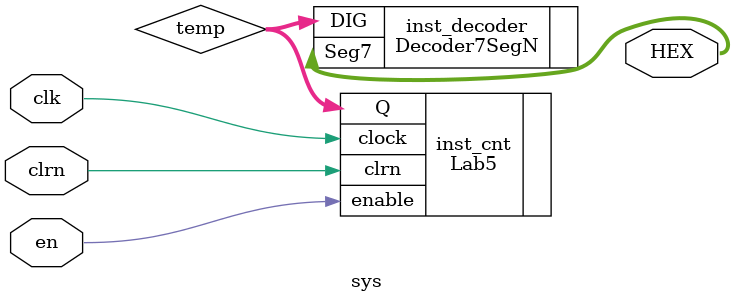
<source format=v>
module sys (clk, en, clrn, HEX);
input clk, en, clrn;
output [0:6] HEX;

wire[2:0] temp;

Lab5  inst_cnt(.clock(clk), .enable(en), .clrn(clrn), .Q(temp));
Decoder7SegN inst_decoder(.DIG(temp), .Seg7(HEX));

endmodule

</source>
